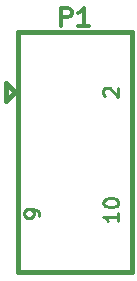
<source format=gto>
G04 (created by PCBNEW-RS274X (2012-apr-16-27)-stable) date Wed 01 Oct 2014 12:35:54 PM PDT*
G01*
G70*
G90*
%MOIN*%
G04 Gerber Fmt 3.4, Leading zero omitted, Abs format*
%FSLAX34Y34*%
G04 APERTURE LIST*
%ADD10C,0.006000*%
%ADD11C,0.015000*%
%ADD12C,0.012000*%
%ADD13C,0.010000*%
G04 APERTURE END LIST*
G54D10*
G54D11*
X24500Y-23000D02*
X24200Y-22700D01*
X24200Y-22700D02*
X24200Y-23300D01*
X24200Y-23300D02*
X24500Y-23000D01*
X28400Y-21000D02*
X28400Y-29000D01*
X28400Y-29000D02*
X24600Y-29000D01*
X24600Y-29000D02*
X24600Y-21000D01*
X24600Y-21000D02*
X28400Y-21000D01*
G54D12*
X26058Y-20793D02*
X26058Y-20193D01*
X26286Y-20193D01*
X26344Y-20221D01*
X26372Y-20250D01*
X26401Y-20307D01*
X26401Y-20393D01*
X26372Y-20450D01*
X26344Y-20479D01*
X26286Y-20507D01*
X26058Y-20507D01*
X26972Y-20793D02*
X26629Y-20793D01*
X26801Y-20793D02*
X26801Y-20193D01*
X26744Y-20279D01*
X26686Y-20336D01*
X26629Y-20364D01*
G54D13*
X27962Y-27024D02*
X27962Y-27310D01*
X27962Y-27167D02*
X27462Y-27167D01*
X27534Y-27215D01*
X27581Y-27262D01*
X27605Y-27310D01*
X27462Y-26715D02*
X27462Y-26667D01*
X27486Y-26619D01*
X27510Y-26596D01*
X27558Y-26572D01*
X27653Y-26548D01*
X27772Y-26548D01*
X27867Y-26572D01*
X27915Y-26596D01*
X27939Y-26619D01*
X27962Y-26667D01*
X27962Y-26715D01*
X27939Y-26762D01*
X27915Y-26786D01*
X27867Y-26810D01*
X27772Y-26834D01*
X27653Y-26834D01*
X27558Y-26810D01*
X27510Y-26786D01*
X27486Y-26762D01*
X27462Y-26715D01*
X25324Y-27142D02*
X25324Y-27047D01*
X25301Y-26999D01*
X25277Y-26975D01*
X25205Y-26928D01*
X25110Y-26904D01*
X24920Y-26904D01*
X24872Y-26928D01*
X24848Y-26952D01*
X24824Y-26999D01*
X24824Y-27095D01*
X24848Y-27142D01*
X24872Y-27166D01*
X24920Y-27190D01*
X25039Y-27190D01*
X25086Y-27166D01*
X25110Y-27142D01*
X25134Y-27095D01*
X25134Y-26999D01*
X25110Y-26952D01*
X25086Y-26928D01*
X25039Y-26904D01*
X27510Y-23135D02*
X27486Y-23111D01*
X27462Y-23063D01*
X27462Y-22944D01*
X27486Y-22897D01*
X27510Y-22873D01*
X27558Y-22849D01*
X27605Y-22849D01*
X27677Y-22873D01*
X27962Y-23159D01*
X27962Y-22849D01*
M02*

</source>
